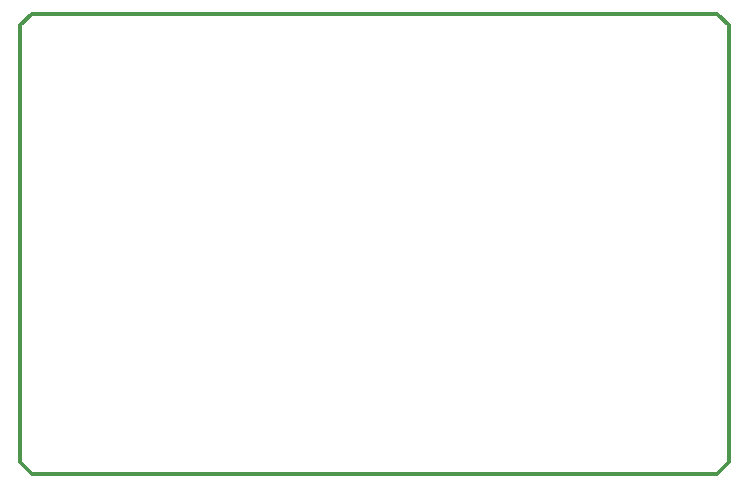
<source format=gbr>
%TF.GenerationSoftware,KiCad,Pcbnew,7.0.7*%
%TF.CreationDate,2023-09-25T17:24:45-05:00*%
%TF.ProjectId,KiVM,4b69564d-2e6b-4696-9361-645f70636258,rev?*%
%TF.SameCoordinates,Original*%
%TF.FileFunction,Profile,NP*%
%FSLAX46Y46*%
G04 Gerber Fmt 4.6, Leading zero omitted, Abs format (unit mm)*
G04 Created by KiCad (PCBNEW 7.0.7) date 2023-09-25 17:24:45*
%MOMM*%
%LPD*%
G01*
G04 APERTURE LIST*
%TA.AperFunction,Profile*%
%ADD10C,0.349999*%
%TD*%
G04 APERTURE END LIST*
D10*
X118989600Y-134977198D02*
X118989600Y-97977200D01*
X119989600Y-96977200D02*
X177989600Y-96977200D01*
X119989600Y-135977198D02*
X118989600Y-134977198D01*
X119989600Y-96977200D02*
X118989600Y-97977200D01*
X178989600Y-134977198D02*
X178989600Y-97977200D01*
X119989600Y-135977198D02*
X177989600Y-135977198D01*
X177989600Y-135977198D02*
X178989600Y-134977198D01*
X177989600Y-96977200D02*
X178989600Y-97977200D01*
M02*

</source>
